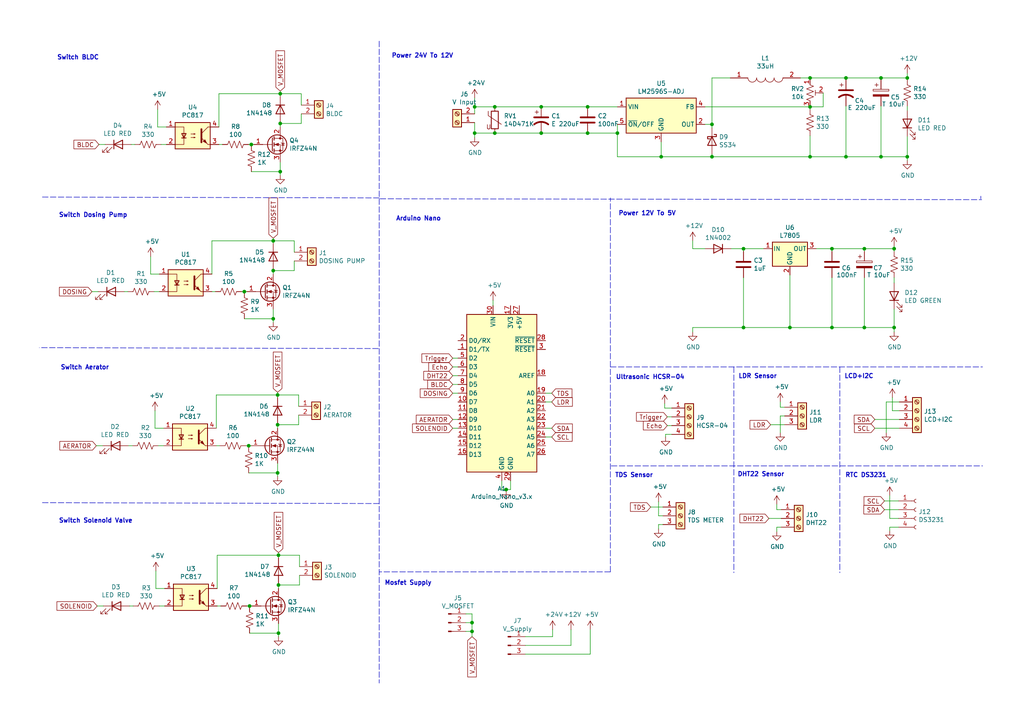
<source format=kicad_sch>
(kicad_sch (version 20211123) (generator eeschema)
  (paper "A4")
  (lib_symbols
    (symbol "Connector:Conn_01x03_Male" (pin_names (offset 1.016) hide)
      (property "Reference" "J" (at 0 5.08 0))
      (property "Value" "Conn_01x03_Male" (at 0 -5.08 0))
      (symbol "Conn_01x03_Male_1_1"
        (pin passive line (at 5.08 2.54 180) (length 3.81) (name "Pin_1") (number "1"))
        (pin passive line (at 5.08 0 180) (length 3.81) (name "Pin_2") (number "2"))
        (pin passive line (at 5.08 -2.54 180) (length 3.81) (name "Pin_3") (number "3"))
      )
    )
    (symbol "Connector:Conn_01x04_Female" (pin_names (offset 1.016) hide)
      (property "Reference" "J" (at 0 5.08 0))
      (property "Value" "Conn_01x04_Female" (at 0 -7.62 0))
      (symbol "Conn_01x04_Female_1_1"
        (pin passive line (at -5.08 2.54 0) (length 3.81) (name "Pin_1") (number "1"))
        (pin passive line (at -5.08 0 0) (length 3.81) (name "Pin_2") (number "2"))
        (pin passive line (at -5.08 -2.54 0) (length 3.81) (name "Pin_3") (number "3"))
        (pin passive line (at -5.08 -5.08 0) (length 3.81) (name "Pin_4") (number "4"))
      )
    )
    (symbol "Connector:Screw_Terminal_01x02" (pin_names (offset 1.016) hide)
      (property "Reference" "J" (at 0 2.54 0))
      (property "Value" "Screw_Terminal_01x02" (at 0 -5.08 0))
      (symbol "Screw_Terminal_01x02_1_1"
        (pin passive line (at -5.08 0 0) (length 3.81) (name "Pin_1") (number "1"))
        (pin passive line (at -5.08 -2.54 0) (length 3.81) (name "Pin_2") (number "2"))
      )
    )
    (symbol "Connector:Screw_Terminal_01x03" (pin_names (offset 1.016) hide)
      (property "Reference" "J" (at 0 5.08 0))
      (property "Value" "Screw_Terminal_01x03" (at 0 -5.08 0))
      (symbol "Screw_Terminal_01x03_1_1"
        (pin passive line (at -5.08 2.54 0) (length 3.81) (name "Pin_1") (number "1"))
        (pin passive line (at -5.08 0 0) (length 3.81) (name "Pin_2") (number "2"))
        (pin passive line (at -5.08 -2.54 0) (length 3.81) (name "Pin_3") (number "3"))
      )
    )
    (symbol "Connector:Screw_Terminal_01x04" (pin_names (offset 1.016) hide)
      (property "Reference" "J" (at 0 5.08 0))
      (property "Value" "Screw_Terminal_01x04" (at 0 -7.62 0))
      (symbol "Screw_Terminal_01x04_1_1"
        (pin passive line (at -5.08 2.54 0) (length 3.81) (name "Pin_1") (number "1"))
        (pin passive line (at -5.08 0 0) (length 3.81) (name "Pin_2") (number "2"))
        (pin passive line (at -5.08 -2.54 0) (length 3.81) (name "Pin_3") (number "3"))
        (pin passive line (at -5.08 -5.08 0) (length 3.81) (name "Pin_4") (number "4"))
      )
    )
    (symbol "Device:C" (pin_numbers hide) (pin_names (offset 0.254))
      (property "Reference" "C" (at 0.635 2.54 0))
      (property "Value" "C" (at 0.635 -2.54 0))
      (symbol "C_1_1"
        (pin passive line (at 0 3.81 270) (length 2.794) (name "~") (number "1"))
        (pin passive line (at 0 -3.81 90) (length 2.794) (name "~") (number "2"))
      )
    )
    (symbol "Device:CP" (pin_numbers hide) (pin_names (offset 0.254))
      (property "Reference" "C" (at 0.635 2.54 0))
      (property "Value" "Device_CP" (at 0.635 -2.54 0))
      (symbol "CP_1_1"
        (pin passive line (at 0 3.81 270) (length 2.794) (name "~") (number "1"))
        (pin passive line (at 0 -3.81 90) (length 2.794) (name "~") (number "2"))
      )
    )
    (symbol "Device:CP1" (pin_numbers hide) (pin_names (offset 0.254) hide)
      (property "Reference" "C" (at 0.635 2.54 0))
      (property "Value" "Device_CP1" (at 0.635 -2.54 0))
      (symbol "CP1_1_1"
        (pin passive line (at 0 3.81 270) (length 2.794) (name "~") (number "1"))
        (pin passive line (at 0 -3.81 90) (length 3.302) (name "~") (number "2"))
      )
    )
    (symbol "Device:D_Schottky" (pin_numbers hide) (pin_names (offset 1.016) hide)
      (property "Reference" "D" (at 0 2.54 0))
      (property "Value" "D_Schottky" (at 0 -2.54 0))
      (symbol "D_Schottky_1_1"
        (pin passive line (at -3.81 0 0) (length 2.54) (name "K") (number "1"))
        (pin passive line (at 3.81 0 180) (length 2.54) (name "A") (number "2"))
      )
    )
    (symbol "Device:LED" (pin_numbers hide) (pin_names (offset 1.016) hide)
      (property "Reference" "D" (at 0 2.54 0))
      (property "Value" "LED" (at 0 -2.54 0))
      (symbol "LED_1_1"
        (pin passive line (at -3.81 0 0) (length 2.54) (name "K") (number "1"))
        (pin passive line (at 3.81 0 180) (length 2.54) (name "A") (number "2"))
      )
    )
    (symbol "Device:R_POT_TRIM_US" (pin_names (offset 1.016) hide)
      (property "Reference" "RV" (at -4.445 0 90))
      (property "Value" "Device_R_POT_TRIM_US" (at -2.54 0 90))
      (symbol "R_POT_TRIM_US_1_1"
        (pin passive line (at 0 3.81 270) (length 1.27) (name "1") (number "1"))
        (pin passive line (at 3.81 0 180) (length 1.27) (name "2") (number "2"))
        (pin passive line (at 0 -3.81 90) (length 1.27) (name "3") (number "3"))
      )
    )
    (symbol "Device:R_US" (pin_numbers hide) (pin_names (offset 0))
      (property "Reference" "R" (at 2.54 0 90))
      (property "Value" "R_US" (at -2.54 0 90))
      (symbol "R_US_1_1"
        (pin passive line (at 0 3.81 270) (length 1.27) (name "~") (number "1"))
        (pin passive line (at 0 -3.81 90) (length 1.27) (name "~") (number "2"))
      )
    )
    (symbol "Device:Varistor" (pin_numbers hide) (pin_names (offset 0))
      (property "Reference" "RV" (at 3.175 0 90))
      (property "Value" "Varistor" (at -3.175 0 90))
      (symbol "Varistor_0_0"
        (text "U" (at -1.778 -2.032 0) (effects (font (size 1.27 1.27))))
      )
      (symbol "Varistor_1_1"
        (pin passive line (at 0 3.81 270) (length 1.27) (name "~") (number "1"))
        (pin passive line (at 0 -3.81 90) (length 1.27) (name "~") (number "2"))
      )
    )
    (symbol "Diode:1N4002" (pin_numbers hide) (pin_names (offset 1.016) hide)
      (property "Reference" "D" (at 0 2.54 0))
      (property "Value" "1N4002" (at 0 -2.54 0))
      (symbol "1N4002_1_1"
        (pin passive line (at -3.81 0 0) (length 2.54) (name "K") (number "1"))
        (pin passive line (at 3.81 0 180) (length 2.54) (name "A") (number "2"))
      )
    )
    (symbol "Diode:1N4148" (pin_numbers hide) (pin_names (offset 1.016) hide)
      (property "Reference" "D" (at 0 2.54 0))
      (property "Value" "1N4148" (at 0 -2.54 0))
      (symbol "1N4148_1_1"
        (pin passive line (at -3.81 0 0) (length 2.54) (name "K") (number "1"))
        (pin passive line (at 3.81 0 180) (length 2.54) (name "A") (number "2"))
      )
    )
    (symbol "Isolator:PC817" (pin_names (offset 1.016))
      (property "Reference" "U" (at -5.08 5.08 0))
      (property "Value" "PC817" (at 0 5.08 0))
      (symbol "PC817_1_1"
        (pin passive line (at -7.62 2.54 0) (length 2.54) (name "~") (number "1"))
        (pin passive line (at -7.62 -2.54 0) (length 2.54) (name "~") (number "2"))
        (pin passive line (at 7.62 -2.54 180) (length 2.54) (name "~") (number "3"))
        (pin passive line (at 7.62 2.54 180) (length 2.54) (name "~") (number "4"))
      )
    )
    (symbol "MCU_Module:Arduino_Nano_v3.x"
      (property "Reference" "A" (at -10.16 23.495 0))
      (property "Value" "Arduino_Nano_v3.x" (at 5.08 -24.13 0))
      (symbol "Arduino_Nano_v3.x_1_1"
        (pin bidirectional line (at -12.7 12.7 0) (length 2.54) (name "D1/TX") (number "1"))
        (pin bidirectional line (at -12.7 -2.54 0) (length 2.54) (name "D7") (number "10"))
        (pin bidirectional line (at -12.7 -5.08 0) (length 2.54) (name "D8") (number "11"))
        (pin bidirectional line (at -12.7 -7.62 0) (length 2.54) (name "D9") (number "12"))
        (pin bidirectional line (at -12.7 -10.16 0) (length 2.54) (name "D10") (number "13"))
        (pin bidirectional line (at -12.7 -12.7 0) (length 2.54) (name "D11") (number "14"))
        (pin bidirectional line (at -12.7 -15.24 0) (length 2.54) (name "D12") (number "15"))
        (pin bidirectional line (at -12.7 -17.78 0) (length 2.54) (name "D13") (number "16"))
        (pin power_out line (at 2.54 25.4 270) (length 2.54) (name "3V3") (number "17"))
        (pin input line (at 12.7 5.08 180) (length 2.54) (name "AREF") (number "18"))
        (pin bidirectional line (at 12.7 0 180) (length 2.54) (name "A0") (number "19"))
        (pin bidirectional line (at -12.7 15.24 0) (length 2.54) (name "D0/RX") (number "2"))
        (pin bidirectional line (at 12.7 -2.54 180) (length 2.54) (name "A1") (number "20"))
        (pin bidirectional line (at 12.7 -5.08 180) (length 2.54) (name "A2") (number "21"))
        (pin bidirectional line (at 12.7 -7.62 180) (length 2.54) (name "A3") (number "22"))
        (pin bidirectional line (at 12.7 -10.16 180) (length 2.54) (name "A4") (number "23"))
        (pin bidirectional line (at 12.7 -12.7 180) (length 2.54) (name "A5") (number "24"))
        (pin bidirectional line (at 12.7 -15.24 180) (length 2.54) (name "A6") (number "25"))
        (pin bidirectional line (at 12.7 -17.78 180) (length 2.54) (name "A7") (number "26"))
        (pin power_out line (at 5.08 25.4 270) (length 2.54) (name "+5V") (number "27"))
        (pin input line (at 12.7 15.24 180) (length 2.54) (name "~{RESET}") (number "28"))
        (pin power_in line (at 2.54 -25.4 90) (length 2.54) (name "GND") (number "29"))
        (pin input line (at 12.7 12.7 180) (length 2.54) (name "~{RESET}") (number "3"))
        (pin power_in line (at -2.54 25.4 270) (length 2.54) (name "VIN") (number "30"))
        (pin power_in line (at 0 -25.4 90) (length 2.54) (name "GND") (number "4"))
        (pin bidirectional line (at -12.7 10.16 0) (length 2.54) (name "D2") (number "5"))
        (pin bidirectional line (at -12.7 7.62 0) (length 2.54) (name "D3") (number "6"))
        (pin bidirectional line (at -12.7 5.08 0) (length 2.54) (name "D4") (number "7"))
        (pin bidirectional line (at -12.7 2.54 0) (length 2.54) (name "D5") (number "8"))
        (pin bidirectional line (at -12.7 0 0) (length 2.54) (name "D6") (number "9"))
      )
    )
    (symbol "Regulator_Linear:L7805" (pin_names (offset 0.254))
      (property "Reference" "U" (at -3.81 3.175 0))
      (property "Value" "L7805" (at 0 3.175 0))
      (symbol "L7805_1_1"
        (pin power_in line (at -7.62 0 0) (length 2.54) (name "IN") (number "1"))
        (pin power_in line (at 0 -7.62 90) (length 2.54) (name "GND") (number "2"))
        (pin power_out line (at 7.62 0 180) (length 2.54) (name "OUT") (number "3"))
      )
    )
    (symbol "Regulator_Switching:LM2596S-ADJ"
      (property "Reference" "U" (at -10.16 6.35 0))
      (property "Value" "LM2596S-ADJ" (at 0 6.35 0))
      (symbol "LM2596S-ADJ_1_1"
        (pin power_in line (at -12.7 2.54 0) (length 2.54) (name "VIN") (number "1"))
        (pin output line (at 12.7 -2.54 180) (length 2.54) (name "OUT") (number "2"))
        (pin power_in line (at 0 -7.62 90) (length 2.54) (name "GND") (number "3"))
        (pin input line (at 12.7 2.54 180) (length 2.54) (name "FB") (number "4"))
        (pin input line (at -12.7 -2.54 0) (length 2.54) (name "~{ON}/OFF") (number "5"))
      )
    )
    (symbol "SamacSys_Parts:CDRH104RNP-470NC" (pin_names (offset 0.762))
      (property "Reference" "L" (at 16.51 6.35 0))
      (property "Value" "SamacSys_Parts_CDRH104RNP-470NC" (at 16.51 3.81 0))
      (symbol "CDRH104RNP-470NC_0_0"
        (pin passive line (at 0 0 0) (length 5.08) (name "~") (number "1"))
        (pin passive line (at 20.32 0 180) (length 5.08) (name "~") (number "2"))
      )
    )
    (symbol "Transistor_FET:IRLZ44N" (pin_names hide)
      (property "Reference" "Q" (at 6.35 1.905 0))
      (property "Value" "IRLZ44N" (at 6.35 0 0))
      (symbol "IRLZ44N_1_1"
        (pin input line (at -5.08 0 0) (length 2.54) (name "G") (number "1"))
        (pin passive line (at 2.54 5.08 270) (length 2.54) (name "D") (number "2"))
        (pin passive line (at 2.54 -5.08 90) (length 2.54) (name "S") (number "3"))
      )
    )
    (symbol "power:+12V" (power) (pin_names (offset 0))
      (property "Value" "+12V" (at 0 3.556 0))
      (symbol "+12V_1_1"
        (pin power_in line (at 0 0 90) (length 0) hide (name "+12V") (number "1"))
      )
    )
    (symbol "power:+24V" (power) (pin_names (offset 0))
      (property "Value" "+24V" (at 0 3.556 0))
      (symbol "+24V_1_1"
        (pin power_in line (at 0 0 90) (length 0) hide (name "+24V") (number "1"))
      )
    )
    (symbol "power:+5V" (power) (pin_names (offset 0))
      (property "Value" "+5V" (at 0 3.556 0))
      (symbol "+5V_1_1"
        (pin power_in line (at 0 0 90) (length 0) hide (name "+5V") (number "1"))
      )
    )
    (symbol "power:GND" (power) (pin_names (offset 0))
      (property "Value" "GND" (at 0 -3.81 0))
      (symbol "GND_1_1"
        (pin power_in line (at 0 0 270) (length 0) hide (name "GND") (number "1"))
      )
    )
  )
  (junction (at 179.07 38.608))
  (junction (at 70.866 84.582))
  (junction (at 255.524 45.466))
  (junction (at 137.668 30.988))
  (junction (at 170.434 30.988))
  (junction (at 72.136 129.286))
  (junction (at 259.334 94.996))
  (junction (at 143.51 30.988))
  (junction (at 170.434 38.608))
  (junction (at 250.698 72.136))
  (junction (at 215.646 94.996))
  (junction (at 259.334 72.136))
  (junction (at 191.77 45.466))
  (junction (at 215.646 72.136))
  (junction (at 263.144 45.466))
  (junction (at 136.906 183.134))
  (junction (at 80.518 114.554))
  (junction (at 80.772 183.642))
  (junction (at 234.95 45.466))
  (junction (at 234.95 22.606))
  (junction (at 79.248 78.486))
  (junction (at 80.518 137.16))
  (junction (at 81.28 27.178))
  (junction (at 72.39 175.768))
  (junction (at 241.3 72.136))
  (junction (at 263.144 22.606))
  (junction (at 245.364 22.606))
  (junction (at 146.812 141.986))
  (junction (at 206.502 36.068))
  (junction (at 79.248 69.85))
  (junction (at 80.772 161.036))
  (junction (at 206.502 45.466))
  (junction (at 80.772 169.672))
  (junction (at 234.95 30.988))
  (junction (at 137.668 38.608))
  (junction (at 156.972 30.988))
  (junction (at 81.28 49.784))
  (junction (at 245.364 45.466))
  (junction (at 80.518 123.19))
  (junction (at 79.248 92.456))
  (junction (at 72.898 41.91))
  (junction (at 143.51 38.608))
  (junction (at 136.906 180.594))
  (junction (at 156.972 38.608))
  (junction (at 250.698 94.996))
  (junction (at 241.3 94.996))
  (junction (at 81.28 35.814))
  (junction (at 255.524 22.606))
  (junction (at 229.108 94.996))
  (polyline (pts (xy 177.038 106.426) (xy 284.988 106.426)))
  (wire (pts (xy 192.786 117.094) (xy 192.786 118.364)))
  (wire (pts (xy 135.128 180.594) (xy 136.906 180.594)))
  (wire (pts (xy 80.772 161.798) (xy 80.772 161.036)))
  (wire (pts (xy 72.136 137.16) (xy 80.518 137.16)))
  (wire (pts (xy 81.28 35.814) (xy 81.28 36.83)))
  (wire (pts (xy 85.344 75.692) (xy 85.344 78.486)))
  (wire (pts (xy 71.374 129.286) (xy 72.136 129.286)))
  (polyline (pts (xy 243.586 106.426) (xy 243.586 166.116)))
  (wire (pts (xy 194.818 120.904) (xy 193.548 120.904)))
  (wire (pts (xy 43.688 79.502) (xy 46.228 79.502)))
  (wire (pts (xy 160.02 114.046) (xy 158.242 114.046)))
  (wire (pts (xy 44.704 84.582) (xy 46.228 84.582)))
  (wire (pts (xy 165.608 187.198) (xy 165.608 182.626)))
  (wire (pts (xy 81.28 35.56) (xy 81.28 35.814)))
  (wire (pts (xy 255.524 23.114) (xy 255.524 22.606)))
  (wire (pts (xy 200.914 72.136) (xy 204.47 72.136)))
  (wire (pts (xy 86.868 161.036) (xy 80.772 161.036)))
  (polyline (pts (xy 109.982 11.938) (xy 109.982 198.12)))
  (polyline (pts (xy 109.982 146.05) (xy 11.938 145.796)))
  (wire (pts (xy 238.76 30.988) (xy 234.95 30.988)))
  (wire (pts (xy 27.94 129.286) (xy 29.718 129.286)))
  (wire (pts (xy 72.136 129.54) (xy 72.136 129.286)))
  (wire (pts (xy 226.568 147.828) (xy 225.298 147.828)))
  (wire (pts (xy 26.67 84.582) (xy 28.448 84.582)))
  (wire (pts (xy 263.144 46.482) (xy 263.144 45.466)))
  (polyline (pts (xy 177.038 165.862) (xy 109.982 165.862)))
  (wire (pts (xy 143.51 38.608) (xy 156.972 38.608)))
  (wire (pts (xy 232.156 22.606) (xy 234.95 22.606)))
  (wire (pts (xy 255.524 22.606) (xy 263.144 22.606)))
  (wire (pts (xy 170.434 38.608) (xy 179.07 38.608)))
  (wire (pts (xy 72.898 49.784) (xy 81.28 49.784)))
  (wire (pts (xy 152.4 184.658) (xy 160.274 184.658)))
  (wire (pts (xy 72.39 176.022) (xy 72.39 175.768)))
  (wire (pts (xy 226.314 120.65) (xy 227.584 120.65)))
  (wire (pts (xy 80.518 137.16) (xy 80.518 134.366)))
  (wire (pts (xy 136.906 184.658) (xy 136.906 183.134)))
  (wire (pts (xy 229.108 79.756) (xy 229.108 94.996)))
  (wire (pts (xy 80.518 123.19) (xy 80.518 124.206)))
  (wire (pts (xy 250.698 72.898) (xy 250.698 72.136)))
  (wire (pts (xy 253.746 121.666) (xy 260.858 121.666)))
  (wire (pts (xy 86.614 120.396) (xy 86.614 123.19)))
  (wire (pts (xy 171.196 189.738) (xy 171.196 182.626)))
  (wire (pts (xy 81.28 49.784) (xy 81.28 46.99)))
  (wire (pts (xy 45.212 165.608) (xy 45.212 170.688)))
  (wire (pts (xy 206.502 36.068) (xy 204.47 36.068)))
  (polyline (pts (xy 110.236 57.658) (xy 284.734 57.912)))
  (wire (pts (xy 146.812 141.986) (xy 146.812 142.24)))
  (wire (pts (xy 45.72 31.75) (xy 45.72 36.83)))
  (wire (pts (xy 137.668 38.608) (xy 143.51 38.608)))
  (wire (pts (xy 263.144 32.004) (xy 263.144 30.734)))
  (wire (pts (xy 43.688 74.422) (xy 43.688 79.502)))
  (wire (pts (xy 44.958 119.126) (xy 44.958 124.206)))
  (wire (pts (xy 44.958 124.206) (xy 47.498 124.206)))
  (wire (pts (xy 241.3 94.996) (xy 250.698 94.996)))
  (wire (pts (xy 86.614 114.554) (xy 80.518 114.554)))
  (wire (pts (xy 137.668 28.448) (xy 137.668 30.988)))
  (wire (pts (xy 259.334 94.996) (xy 259.334 89.662)))
  (wire (pts (xy 259.334 96.266) (xy 259.334 94.996)))
  (wire (pts (xy 86.614 117.856) (xy 86.614 114.554)))
  (wire (pts (xy 80.518 115.316) (xy 80.518 114.554)))
  (wire (pts (xy 223.012 150.368) (xy 226.568 150.368)))
  (wire (pts (xy 61.468 69.85) (xy 79.248 69.85)))
  (wire (pts (xy 28.702 41.91) (xy 30.48 41.91)))
  (polyline (pts (xy 284.48 57.658) (xy 284.48 56.896)))
  (wire (pts (xy 136.906 178.054) (xy 135.128 178.054)))
  (wire (pts (xy 131.318 121.666) (xy 132.842 121.666)))
  (wire (pts (xy 234.95 39.37) (xy 234.95 45.466)))
  (wire (pts (xy 258.064 153.924) (xy 258.064 152.908)))
  (polyline (pts (xy 109.982 57.404) (xy 11.938 57.15)))
  (wire (pts (xy 170.434 30.988) (xy 179.07 30.988)))
  (wire (pts (xy 259.334 72.136) (xy 259.334 72.898)))
  (wire (pts (xy 80.772 183.642) (xy 80.772 180.848)))
  (wire (pts (xy 200.914 94.996) (xy 215.646 94.996)))
  (wire (pts (xy 245.364 22.606) (xy 255.524 22.606)))
  (wire (pts (xy 160.02 126.746) (xy 158.242 126.746)))
  (wire (pts (xy 255.524 45.466) (xy 263.144 45.466)))
  (wire (pts (xy 192.786 118.364) (xy 194.818 118.364)))
  (wire (pts (xy 192.278 149.606) (xy 191.008 149.606)))
  (wire (pts (xy 191.008 153.416) (xy 191.008 152.146)))
  (wire (pts (xy 79.248 93.472) (xy 79.248 92.456)))
  (wire (pts (xy 81.28 27.178) (xy 81.28 26.416)))
  (wire (pts (xy 145.542 141.986) (xy 146.812 141.986)))
  (wire (pts (xy 85.344 69.85) (xy 79.248 69.85)))
  (wire (pts (xy 245.364 45.466) (xy 255.524 45.466)))
  (wire (pts (xy 206.502 37.084) (xy 206.502 36.068)))
  (wire (pts (xy 62.738 124.206) (xy 62.738 114.554)))
  (wire (pts (xy 259.334 82.042) (xy 259.334 80.518)))
  (wire (pts (xy 70.866 84.582) (xy 71.628 84.582)))
  (wire (pts (xy 156.972 38.608) (xy 170.434 38.608)))
  (wire (pts (xy 131.318 124.206) (xy 132.842 124.206)))
  (wire (pts (xy 61.468 84.582) (xy 62.484 84.582)))
  (wire (pts (xy 63.5 36.83) (xy 63.5 27.178)))
  (wire (pts (xy 72.39 183.642) (xy 80.772 183.642)))
  (wire (pts (xy 245.364 23.114) (xy 245.364 22.606)))
  (wire (pts (xy 85.344 73.152) (xy 85.344 69.85)))
  (wire (pts (xy 191.008 149.606) (xy 191.008 145.542)))
  (wire (pts (xy 250.698 72.136) (xy 259.334 72.136)))
  (wire (pts (xy 72.136 41.91) (xy 72.898 41.91)))
  (wire (pts (xy 263.144 23.114) (xy 263.144 22.606)))
  (wire (pts (xy 28.194 175.768) (xy 29.972 175.768)))
  (wire (pts (xy 263.144 39.624) (xy 263.144 45.466)))
  (wire (pts (xy 81.28 27.94) (xy 81.28 27.178)))
  (wire (pts (xy 206.502 22.606) (xy 211.836 22.606)))
  (wire (pts (xy 37.338 129.286) (xy 38.354 129.286)))
  (wire (pts (xy 72.136 129.286) (xy 72.898 129.286)))
  (wire (pts (xy 263.144 22.606) (xy 263.144 21.336)))
  (wire (pts (xy 241.3 72.898) (xy 241.3 72.136)))
  (wire (pts (xy 37.592 175.768) (xy 38.608 175.768)))
  (wire (pts (xy 137.668 30.988) (xy 143.51 30.988)))
  (wire (pts (xy 226.314 125.476) (xy 226.314 120.65)))
  (wire (pts (xy 131.318 106.426) (xy 132.842 106.426)))
  (wire (pts (xy 143.51 30.988) (xy 156.972 30.988)))
  (wire (pts (xy 225.298 154.178) (xy 225.298 152.908)))
  (wire (pts (xy 236.728 72.136) (xy 241.3 72.136)))
  (wire (pts (xy 200.914 69.85) (xy 200.914 72.136)))
  (wire (pts (xy 260.604 145.288) (xy 256.54 145.288)))
  (wire (pts (xy 145.542 139.446) (xy 145.542 141.986)))
  (wire (pts (xy 260.604 150.368) (xy 258.064 150.368)))
  (wire (pts (xy 131.318 111.506) (xy 132.842 111.506)))
  (wire (pts (xy 87.376 35.814) (xy 81.28 35.814)))
  (wire (pts (xy 200.914 96.266) (xy 200.914 94.996)))
  (wire (pts (xy 70.866 84.836) (xy 70.866 84.582)))
  (wire (pts (xy 258.064 152.908) (xy 260.604 152.908)))
  (wire (pts (xy 36.068 84.582) (xy 37.084 84.582)))
  (wire (pts (xy 238.76 26.924) (xy 238.76 30.988)))
  (wire (pts (xy 245.364 30.734) (xy 245.364 45.466)))
  (wire (pts (xy 63.5 41.91) (xy 64.516 41.91)))
  (wire (pts (xy 257.048 116.586) (xy 260.858 116.586)))
  (wire (pts (xy 212.09 72.136) (xy 215.646 72.136)))
  (wire (pts (xy 62.738 114.554) (xy 80.518 114.554)))
  (wire (pts (xy 136.906 180.594) (xy 136.906 178.054)))
  (wire (pts (xy 152.4 187.198) (xy 165.608 187.198)))
  (wire (pts (xy 227.584 118.11) (xy 226.314 118.11)))
  (wire (pts (xy 131.318 108.966) (xy 132.842 108.966)))
  (wire (pts (xy 225.298 147.828) (xy 225.298 146.304)))
  (wire (pts (xy 160.274 184.658) (xy 160.274 182.626)))
  (wire (pts (xy 80.518 138.176) (xy 80.518 137.16)))
  (wire (pts (xy 188.722 147.066) (xy 192.278 147.066)))
  (wire (pts (xy 62.738 129.286) (xy 63.754 129.286)))
  (wire (pts (xy 87.376 33.02) (xy 87.376 35.814)))
  (wire (pts (xy 179.07 45.466) (xy 191.77 45.466)))
  (polyline (pts (xy 109.728 101.092) (xy 11.43 100.838)))
  (wire (pts (xy 256.54 147.828) (xy 260.604 147.828)))
  (wire (pts (xy 86.868 166.878) (xy 86.868 169.672)))
  (wire (pts (xy 62.992 161.036) (xy 80.772 161.036)))
  (wire (pts (xy 156.972 30.988) (xy 170.434 30.988)))
  (wire (pts (xy 179.07 36.068) (xy 179.07 38.608)))
  (wire (pts (xy 234.95 31.75) (xy 234.95 30.988)))
  (wire (pts (xy 46.736 41.91) (xy 48.26 41.91)))
  (wire (pts (xy 206.502 45.466) (xy 234.95 45.466)))
  (wire (pts (xy 80.772 161.036) (xy 80.772 160.274)))
  (wire (pts (xy 79.248 92.456) (xy 79.248 89.662)))
  (wire (pts (xy 194.818 123.444) (xy 193.548 123.444)))
  (wire (pts (xy 135.128 183.134) (xy 136.906 183.134)))
  (wire (pts (xy 143.002 88.646) (xy 143.002 87.122)))
  (wire (pts (xy 45.974 129.286) (xy 47.498 129.286)))
  (wire (pts (xy 137.668 35.56) (xy 137.668 38.608)))
  (wire (pts (xy 259.334 72.136) (xy 259.334 71.374)))
  (wire (pts (xy 62.992 175.768) (xy 64.008 175.768)))
  (wire (pts (xy 45.72 36.83) (xy 48.26 36.83)))
  (wire (pts (xy 86.868 164.338) (xy 86.868 161.036)))
  (wire (pts (xy 250.698 80.518) (xy 250.698 94.996)))
  (wire (pts (xy 160.02 116.586) (xy 158.242 116.586)))
  (wire (pts (xy 258.064 150.368) (xy 258.064 143.764)))
  (wire (pts (xy 160.02 124.206) (xy 158.242 124.206)))
  (wire (pts (xy 131.318 103.886) (xy 132.842 103.886)))
  (wire (pts (xy 137.668 38.608) (xy 137.668 39.878)))
  (wire (pts (xy 71.628 175.768) (xy 72.39 175.768)))
  (polyline (pts (xy 212.852 106.426) (xy 212.852 166.116)))
  (wire (pts (xy 225.298 152.908) (xy 226.568 152.908)))
  (wire (pts (xy 215.646 72.136) (xy 221.488 72.136)))
  (wire (pts (xy 72.898 42.164) (xy 72.898 41.91)))
  (wire (pts (xy 80.518 114.554) (xy 80.518 113.792)))
  (wire (pts (xy 229.108 94.996) (xy 241.3 94.996)))
  (wire (pts (xy 179.07 38.608) (xy 179.07 45.466)))
  (wire (pts (xy 191.008 152.146) (xy 192.278 152.146)))
  (wire (pts (xy 137.668 30.988) (xy 137.668 33.02)))
  (wire (pts (xy 79.248 78.232) (xy 79.248 78.486)))
  (polyline (pts (xy 177.292 135.128) (xy 284.988 135.128)))
  (wire (pts (xy 148.082 141.986) (xy 146.812 141.986)))
  (wire (pts (xy 193.04 125.984) (xy 194.818 125.984)))
  (wire (pts (xy 81.28 50.8) (xy 81.28 49.784)))
  (wire (pts (xy 148.082 139.446) (xy 148.082 141.986)))
  (wire (pts (xy 241.3 80.518) (xy 241.3 94.996)))
  (wire (pts (xy 257.048 125.476) (xy 257.048 116.586)))
  (wire (pts (xy 215.646 80.518) (xy 215.646 94.996)))
  (wire (pts (xy 227.584 123.19) (xy 223.52 123.19)))
  (wire (pts (xy 191.77 41.148) (xy 191.77 45.466)))
  (wire (pts (xy 80.772 169.418) (xy 80.772 169.672)))
  (wire (pts (xy 152.4 189.738) (xy 171.196 189.738)))
  (wire (pts (xy 226.314 118.11) (xy 226.314 116.586)))
  (wire (pts (xy 234.95 30.988) (xy 234.95 30.734)))
  (wire (pts (xy 72.898 41.91) (xy 73.66 41.91)))
  (wire (pts (xy 258.826 119.126) (xy 260.858 119.126)))
  (wire (pts (xy 215.646 72.898) (xy 215.646 72.136)))
  (wire (pts (xy 72.39 175.768) (xy 73.152 175.768)))
  (wire (pts (xy 70.104 84.582) (xy 70.866 84.582)))
  (wire (pts (xy 80.518 122.936) (xy 80.518 123.19)))
  (wire (pts (xy 193.04 126.746) (xy 193.04 125.984)))
  (polyline (pts (xy 177.038 165.862) (xy 177.038 57.404)))
  (wire (pts (xy 70.866 92.456) (xy 79.248 92.456)))
  (wire (pts (xy 80.772 169.672) (xy 80.772 170.688)))
  (wire (pts (xy 241.3 72.136) (xy 250.698 72.136)))
  (wire (pts (xy 45.212 170.688) (xy 47.752 170.688)))
  (wire (pts (xy 79.248 70.612) (xy 79.248 69.85)))
  (wire (pts (xy 206.502 44.704) (xy 206.502 45.466)))
  (wire (pts (xy 234.95 22.606) (xy 245.364 22.606)))
  (wire (pts (xy 63.5 27.178) (xy 81.28 27.178)))
  (wire (pts (xy 255.524 30.734) (xy 255.524 45.466)))
  (wire (pts (xy 79.248 69.85) (xy 79.248 69.088)))
  (wire (pts (xy 80.772 184.658) (xy 80.772 183.642)))
  (wire (pts (xy 86.868 169.672) (xy 80.772 169.672)))
  (wire (pts (xy 206.502 36.068) (xy 206.502 22.606)))
  (wire (pts (xy 62.992 170.688) (xy 62.992 161.036)))
  (wire (pts (xy 61.468 79.502) (xy 61.468 69.85)))
  (wire (pts (xy 131.318 114.046) (xy 132.842 114.046)))
  (wire (pts (xy 234.95 45.466) (xy 245.364 45.466)))
  (wire (pts (xy 87.376 30.48) (xy 87.376 27.178)))
  (wire (pts (xy 79.248 78.486) (xy 79.248 79.502)))
  (wire (pts (xy 85.344 78.486) (xy 79.248 78.486)))
  (wire (pts (xy 86.614 123.19) (xy 80.518 123.19)))
  (wire (pts (xy 87.376 27.178) (xy 81.28 27.178)))
  (wire (pts (xy 191.77 45.466) (xy 206.502 45.466)))
  (wire (pts (xy 250.698 94.996) (xy 259.334 94.996)))
  (wire (pts (xy 258.826 115.316) (xy 258.826 119.126)))
  (wire (pts (xy 38.1 41.91) (xy 39.116 41.91)))
  (wire (pts (xy 215.646 94.996) (xy 229.108 94.996)))
  (wire (pts (xy 46.228 175.768) (xy 47.752 175.768)))
  (wire (pts (xy 204.47 30.988) (xy 234.95 30.988)))
  (wire (pts (xy 136.906 183.134) (xy 136.906 180.594)))
  (wire (pts (xy 234.95 22.606) (xy 234.95 23.114)))
  (wire (pts (xy 253.746 124.206) (xy 260.858 124.206)))
  (text "RTC DS3231" (at 245.11 138.684 0) (effects (font (size 1.27 1.27) (thickness 0.254) bold) (justify left bottom)))
  (text "Switch BLDC" (at 16.51 17.526 0) (effects (font (size 1.27 1.27) (thickness 0.254) bold) (justify left bottom)))
  (text "Switch Aerator" (at 17.526 107.442 0) (effects (font (size 1.27 1.27) (thickness 0.254) bold) (justify left bottom)))
  (text "TDS Sensor" (at 178.308 138.684 0) (effects (font (size 1.27 1.27) (thickness 0.254) bold) (justify left bottom)))
  (text "Switch Dosing Pump" (at 17.018 63.246 0) (effects (font (size 1.27 1.27) (thickness 0.254) bold) (justify left bottom)))
  (text "LCD+I2C" (at 244.856 109.982 0) (effects (font (size 1.27 1.27) (thickness 0.254) bold) (justify left bottom)))
  (text "Power 24V To 12V" (at 113.538 17.018 0) (effects (font (size 1.27 1.27) (thickness 0.254) bold) (justify left bottom)))
  (text "Mosfet Supply" (at 111.506 169.926 0) (effects (font (size 1.27 1.27) (thickness 0.254) bold) (justify left bottom)))
  (text "Arduino Nano" (at 114.808 64.262 0) (effects (font (size 1.27 1.27) (thickness 0.254) bold) (justify left bottom)))
  (text "Switch Solenoid Valve" (at 17.018 151.892 0) (effects (font (size 1.27 1.27) (thickness 0.254) bold) (justify left bottom)))
  (text "Power 12V To 5V" (at 179.324 62.738 0) (effects (font (size 1.27 1.27) (thickness 0.254) bold) (justify left bottom)))
  (text "Ultrasonic HCSR-04" (at 178.562 110.236 0) (effects (font (size 1.27 1.27) (thickness 0.254) bold) (justify left bottom)))
  (text "LDR Sensor" (at 214.122 109.982 0) (effects (font (size 1.27 1.27) (thickness 0.254) bold) (justify left bottom)))
  (text "DHT22 Sensor" (at 213.868 138.43 0) (effects (font (size 1.27 1.27) (thickness 0.254) bold) (justify left bottom)))
  (global_label "TDS" (shape input) (at 188.722 147.066 180) (property "Intersheet References" "${INTERSHEET_REFS}" (effects hide)))
  (global_label "V_MOSFET" (shape input) (at 136.906 184.658 270) (property "Intersheet References" "${INTERSHEET_REFS}" (effects hide)))
  (global_label "SDA" (shape input) (at 160.02 124.206 0) (property "Intersheet References" "${INTERSHEET_REFS}" (effects hide)))
  (global_label "TDS" (shape input) (at 160.02 114.046 0) (property "Intersheet References" "${INTERSHEET_REFS}" (effects hide)))
  (global_label "AERATOR" (shape input) (at 27.94 129.286 180) (property "Intersheet References" "${INTERSHEET_REFS}" (effects hide)))
  (global_label "SCL" (shape input) (at 253.746 124.206 180) (property "Intersheet References" "${INTERSHEET_REFS}" (effects hide)))
  (global_label "BLDC" (shape input) (at 28.702 41.91 180) (property "Intersheet References" "${INTERSHEET_REFS}" (effects hide)))
  (global_label "V_MOSFET" (shape input) (at 80.772 160.274 90) (property "Intersheet References" "${INTERSHEET_REFS}" (effects hide)))
  (global_label "SDA" (shape input) (at 253.746 121.666 180) (property "Intersheet References" "${INTERSHEET_REFS}" (effects hide)))
  (global_label "Trigger" (shape input) (at 193.548 120.904 180) (property "Intersheet References" "${INTERSHEET_REFS}" (effects hide)))
  (global_label "DHT22" (shape input) (at 131.318 108.966 180) (property "Intersheet References" "${INTERSHEET_REFS}" (effects hide)))
  (global_label "Echo" (shape input) (at 131.318 106.426 180) (property "Intersheet References" "${INTERSHEET_REFS}" (effects hide)))
  (global_label "DOSING" (shape input) (at 131.318 114.046 180) (property "Intersheet References" "${INTERSHEET_REFS}" (effects hide)))
  (global_label "SOLENOID" (shape input) (at 131.318 124.206 180) (property "Intersheet References" "${INTERSHEET_REFS}" (effects hide)))
  (global_label "DHT22" (shape input) (at 223.012 150.368 180) (property "Intersheet References" "${INTERSHEET_REFS}" (effects hide)))
  (global_label "SCL" (shape input) (at 256.54 145.288 180) (property "Intersheet References" "${INTERSHEET_REFS}" (effects hide)))
  (global_label "SOLENOID" (shape input) (at 28.194 175.768 180) (property "Intersheet References" "${INTERSHEET_REFS}" (effects hide)))
  (global_label "V_MOSFET" (shape input) (at 79.248 69.088 90) (property "Intersheet References" "${INTERSHEET_REFS}" (effects hide)))
  (global_label "BLDC" (shape input) (at 131.318 111.506 180) (property "Intersheet References" "${INTERSHEET_REFS}" (effects hide)))
  (global_label "LDR" (shape input) (at 160.02 116.586 0) (property "Intersheet References" "${INTERSHEET_REFS}" (effects hide)))
  (global_label "AERATOR" (shape input) (at 131.318 121.666 180) (property "Intersheet References" "${INTERSHEET_REFS}" (effects hide)))
  (global_label "SDA" (shape input) (at 256.54 147.828 180) (property "Intersheet References" "${INTERSHEET_REFS}" (effects hide)))
  (global_label "V_MOSFET" (shape input) (at 80.518 113.792 90) (property "Intersheet References" "${INTERSHEET_REFS}" (effects hide)))
  (global_label "SCL" (shape input) (at 160.02 126.746 0) (property "Intersheet References" "${INTERSHEET_REFS}" (effects hide)))
  (global_label "V_MOSFET" (shape input) (at 81.28 26.416 90) (property "Intersheet References" "${INTERSHEET_REFS}" (effects hide)))
  (global_label "LDR" (shape input) (at 223.52 123.19 180) (property "Intersheet References" "${INTERSHEET_REFS}" (effects hide)))
  (global_label "Trigger" (shape input) (at 131.318 103.886 180) (property "Intersheet References" "${INTERSHEET_REFS}" (effects hide)))
  (global_label "Echo" (shape input) (at 193.548 123.444 180) (property "Intersheet References" "${INTERSHEET_REFS}" (effects hide)))
  (global_label "DOSING" (shape input) (at 26.67 84.582 180) (property "Intersheet References" "${INTERSHEET_REFS}" (effects hide)))
  (symbol (lib_id "MCU_Module:Arduino_Nano_v3.x") (at 145.542 114.046 0) (unit 1)
    (property "Reference" "A1" (at 145.542 141.7066 0))
    (property "Value" "Arduino_Nano_v3.x" (at 145.542 144.018 0))
    (property "Footprint" "Module:Arduino_Nano" (effects hide))
    (property "Datasheet" "http://www.mouser.com/pdfdocs/Gravitech_Arduino_Nano3_0.pdf" (effects hide))
  )
  (symbol (lib_id "Connector:Screw_Terminal_01x02") (at 132.588 35.56 180) (unit 1)
    (property "Reference" "J6" (at 134.6708 27.305 0))
    (property "Value" "V Input" (at 134.6708 29.6164 0))
    (property "Footprint" "TerminalBlock_Phoenix:TerminalBlock_Phoenix_MKDS-1,5-2-5.08_1x02_P5.08mm_Horizontal" (effects hide))
  )
  (symbol (lib_id "Device:Varistor") (at 143.51 34.798 0) (unit 1)
    (property "Reference" "RV1" (at 146.1262 33.6296 0) (effects (justify left)))
    (property "Value" "14D471K" (at 146.1262 35.941 0) (effects (justify left)))
    (property "Footprint" "Varistor:RV_Disc_D12mm_W7.9mm_P7.5mm" (effects hide))
  )
  (symbol (lib_id "Device:CP1") (at 156.972 34.798 0) (unit 1)
    (property "Reference" "C1" (at 159.893 33.6296 0) (effects (justify left)))
    (property "Value" "E 220uF" (at 159.893 35.941 0) (effects (justify left)))
    (property "Footprint" "Capacitor_SMD:CP_Elec_10x10" (effects hide))
  )
  (symbol (lib_id "Device:C") (at 170.434 34.798 0) (unit 1)
    (property "Reference" "C2" (at 173.355 33.6296 0) (effects (justify left)))
    (property "Value" "100nF" (at 173.355 35.941 0) (effects (justify left)))
    (property "Footprint" "Capacitor_SMD:C_0805_2012Metric_Pad1.18x1.45mm_HandSolder" (effects hide))
  )
  (symbol (lib_id "Regulator_Switching:LM2596S-ADJ") (at 191.77 33.528 0) (unit 1)
    (property "Reference" "U5" (at 191.77 24.2062 0))
    (property "Value" "LM2596S-ADJ" (at 191.77 26.5176 0))
    (property "Footprint" "Package_TO_SOT_SMD:TO-263-5_TabPin3" (effects hide))
    (property "Datasheet" "http://www.ti.com/lit/ds/symlink/lm2596.pdf" (effects hide))
  )
  (symbol (lib_id "Device:D_Schottky") (at 206.502 40.894 270) (unit 1)
    (property "Reference" "D9" (at 208.534 39.7256 90) (effects (justify left)))
    (property "Value" "SS34" (at 208.534 42.037 90) (effects (justify left)))
    (property "Footprint" "Diode_SMD:D_SMA" (effects hide))
  )
  (symbol (lib_id "Device:R_POT_TRIM_US") (at 234.95 26.924 0) (unit 1)
    (property "Reference" "RV2" (at 233.2228 25.7556 0) (effects (justify right)))
    (property "Value" "10k" (at 233.2228 28.067 0) (effects (justify right)))
    (property "Footprint" "Potentiometer_THT:Potentiometer_Bourns_3296W_Vertical" (effects hide))
  )
  (symbol (lib_id "Device:R_US") (at 234.95 35.56 0) (unit 1)
    (property "Reference" "R13" (at 236.6772 34.3916 0) (effects (justify left)))
    (property "Value" "330" (at 236.6772 36.703 0) (effects (justify left)))
    (property "Footprint" "Resistor_SMD:R_1206_3216Metric_Pad1.30x1.75mm_HandSolder" (effects hide))
  )
  (symbol (lib_id "Device:CP1") (at 245.364 26.924 0) (unit 1)
    (property "Reference" "C4" (at 247.904 29.21 0) (effects (justify left)))
    (property "Value" "E 220uF" (at 245.872 31.242 0) (effects (justify left)))
    (property "Footprint" "Capacitor_SMD:CP_Elec_10x10" (effects hide))
  )
  (symbol (lib_id "Device:CP") (at 255.524 26.924 0) (unit 1)
    (property "Reference" "C5" (at 258.318 28.194 0) (effects (justify left)))
    (property "Value" "T 10uF" (at 255.778 30.226 0) (effects (justify left)))
    (property "Footprint" "Capacitor_SMD:C_1206_3216Metric_Pad1.33x1.80mm_HandSolder" (effects hide))
  )
  (symbol (lib_id "Device:R_US") (at 263.144 26.924 0) (unit 1)
    (property "Reference" "R14" (at 264.8712 25.7556 0) (effects (justify left)))
    (property "Value" "330" (at 264.8712 28.067 0) (effects (justify left)))
    (property "Footprint" "Resistor_SMD:R_1206_3216Metric_Pad1.30x1.75mm_HandSolder" (effects hide))
  )
  (symbol (lib_id "Device:LED") (at 263.144 35.814 90) (unit 1)
    (property "Reference" "D11" (at 266.1412 34.8234 90) (effects (justify right)))
    (property "Value" "LED RED" (at 266.1412 37.1348 90) (effects (justify right)))
    (property "Footprint" "LED_THT:LED_D3.0mm" (effects hide))
  )
  (symbol (lib_id "Diode:1N4002") (at 208.28 72.136 180) (unit 1)
    (property "Reference" "D10" (at 208.28 66.6242 0))
    (property "Value" "1N4002" (at 208.28 68.9356 0))
    (property "Footprint" "Diode_THT:D_DO-41_SOD81_P10.16mm_Horizontal" (effects hide))
    (property "Datasheet" "http://www.vishay.com/docs/88503/1n4001.pdf" (effects hide))
  )
  (symbol (lib_id "Device:C") (at 215.646 76.708 0) (unit 1)
    (property "Reference" "C3" (at 218.567 75.5396 0) (effects (justify left)))
    (property "Value" "1uF" (at 218.567 77.851 0) (effects (justify left)))
    (property "Footprint" "Capacitor_SMD:C_0805_2012Metric_Pad1.18x1.45mm_HandSolder" (effects hide))
  )
  (symbol (lib_id "Regulator_Linear:L7805") (at 229.108 72.136 0) (unit 1)
    (property "Reference" "U6" (at 229.108 65.9892 0))
    (property "Value" "L7805" (at 229.108 68.3006 0))
    (property "Footprint" "Package_TO_SOT_SMD:TO-263-2" (effects hide))
    (property "Datasheet" "http://www.st.com/content/ccc/resource/technical/document/datasheet/41/4f/b3/b0/12/d4/47/88/CD00000444.pdf/files/CD00000444.pdf/jcr:content/translations/en.CD00000444.pdf" (effects hide))
  )
  (symbol (lib_id "Device:C") (at 241.3 76.708 0) (unit 1)
    (property "Reference" "C6" (at 244.094 77.724 0) (effects (justify left)))
    (property "Value" "100nF" (at 242.57 79.756 0) (effects (justify left)))
    (property "Footprint" "Capacitor_SMD:C_0805_2012Metric_Pad1.18x1.45mm_HandSolder" (effects hide))
  )
  (symbol (lib_id "Device:CP") (at 250.698 76.708 0) (unit 1)
    (property "Reference" "C7" (at 253.238 77.724 0) (effects (justify left)))
    (property "Value" "T 10uF" (at 251.46 79.756 0) (effects (justify left)))
    (property "Footprint" "Capacitor_SMD:C_1206_3216Metric_Pad1.33x1.80mm_HandSolder" (effects hide))
  )
  (symbol (lib_id "Device:R_US") (at 259.334 76.708 0) (unit 1)
    (property "Reference" "R15" (at 261.0612 75.5396 0) (effects (justify left)))
    (property "Value" "330" (at 261.0612 77.851 0) (effects (justify left)))
    (property "Footprint" "Resistor_SMD:R_1206_3216Metric_Pad1.30x1.75mm_HandSolder" (effects hide))
  )
  (symbol (lib_id "Device:LED") (at 259.334 85.852 90) (unit 1)
    (property "Reference" "D12" (at 262.3312 84.8614 90) (effects (justify right)))
    (property "Value" "LED GREEN" (at 262.3312 87.1728 90) (effects (justify right)))
    (property "Footprint" "LED_THT:LED_D3.0mm" (effects hide))
  )
  (symbol (lib_id "SamacSys_Parts:CDRH104RNP-470NC") (at 211.836 22.606 0) (unit 1)
    (property "Reference" "L1" (at 221.996 16.891 0))
    (property "Value" "33uH" (at 221.996 19.2024 0))
    (property "Footprint" "Inductor_SMD:L_10.4x10.4_H4.8" (effects hide))
    (property "Datasheet" "https://products.sumida.com/products/pdf/CDRH104R.pdf" (effects hide))
    (property "Description" "Fixed Inductors 47uH 1.9A" (effects hide))
    (property "Height" "4" (effects hide))
    (property "Manufacturer_Name" "Sumida" (effects hide))
    (property "Manufacturer_Part_Number" "CDRH104RNP-470NC" (effects hide))
    (property "Mouser Part Number" "851-CDRH104RNP-470NC" (effects hide))
    (property "Mouser Price/Stock" "https://www.mouser.co.uk/ProductDetail/Sumida/CDRH104RNP-470NC?qs=phK3MCrPNOsJ%2F2rJfIanYA%3D%3D" (effects hide))
    (property "Arrow Part Number" "CDRH104RNP-470NC" (effects hide))
    (property "Arrow Price/Stock" "https://www.arrow.com/en/products/cdrh104rnp-470nc/sumida" (effects hide))
  )
  (symbol (lib_id "power:+5V") (at 259.334 71.374 0) (unit 1)
    (property "Reference" "#PWR0101" (effects hide))
    (property "Value" "+5V" (at 259.715 66.9798 0))
  )
  (symbol (lib_id "power:GND") (at 259.334 96.266 0) (unit 1)
    (property "Reference" "#PWR0102" (effects hide))
    (property "Value" "GND" (at 259.461 100.6602 0))
  )
  (symbol (lib_id "power:+24V") (at 137.668 28.448 0) (unit 1)
    (property "Reference" "#PWR0103" (effects hide))
    (property "Value" "+24V" (at 138.049 24.0538 0))
  )
  (symbol (lib_id "power:GND") (at 137.668 39.878 0) (unit 1)
    (property "Reference" "#PWR0104" (effects hide))
    (property "Value" "GND" (at 137.795 44.2722 0))
  )
  (symbol (lib_id "power:+12V") (at 263.144 21.336 0) (unit 1)
    (property "Reference" "#PWR0105" (effects hide))
    (property "Value" "+12V" (at 263.525 16.9418 0))
  )
  (symbol (lib_id "power:+5V") (at 143.002 87.122 0) (unit 1)
    (property "Reference" "#PWR0106" (effects hide))
    (property "Value" "+5V" (at 143.383 82.7278 0))
  )
  (symbol (lib_id "power:GND") (at 146.812 142.24 0) (unit 1)
    (property "Reference" "#PWR0107" (effects hide))
    (property "Value" "GND" (at 146.939 146.6342 0))
  )
  (symbol (lib_id "Connector:Screw_Terminal_01x04") (at 199.898 120.904 0) (unit 1)
    (property "Reference" "J9" (at 201.93 121.1072 0) (effects (justify left)))
    (property "Value" "HCSR-04" (at 201.93 123.4186 0) (effects (justify left)))
    (property "Footprint" "TerminalBlock_Phoenix:TerminalBlock_Phoenix_MKDS-1,5-4-5.08_1x04_P5.08mm_Horizontal" (effects hide))
  )
  (symbol (lib_id "power:+5V") (at 192.786 117.094 0) (unit 1)
    (property "Reference" "#PWR0108" (effects hide))
    (property "Value" "+5V" (at 193.167 112.6998 0))
  )
  (symbol (lib_id "power:GND") (at 193.04 126.746 0) (unit 1)
    (property "Reference" "#PWR0109" (effects hide))
    (property "Value" "GND" (at 193.167 131.1402 0))
  )
  (symbol (lib_id "Connector:Screw_Terminal_01x03") (at 197.358 149.606 0) (unit 1)
    (property "Reference" "J8" (at 199.39 148.5392 0) (effects (justify left)))
    (property "Value" "TDS METER" (at 199.39 150.8506 0) (effects (justify left)))
    (property "Footprint" "TerminalBlock_Phoenix:TerminalBlock_Phoenix_MKDS-1,5-3-5.08_1x03_P5.08mm_Horizontal" (effects hide))
  )
  (symbol (lib_id "power:GND") (at 191.008 153.416 0) (unit 1)
    (property "Reference" "#PWR0111" (effects hide))
    (property "Value" "GND" (at 191.135 157.8102 0))
  )
  (symbol (lib_id "power:+5V") (at 191.008 145.542 0) (unit 1)
    (property "Reference" "#PWR0110" (effects hide))
    (property "Value" "+5V" (at 191.389 141.1478 0))
  )
  (symbol (lib_id "power:+5V") (at 225.298 146.304 0) (unit 1)
    (property "Reference" "#PWR0112" (effects hide))
    (property "Value" "+5V" (at 225.679 141.9098 0))
  )
  (symbol (lib_id "power:GND") (at 225.298 154.178 0) (unit 1)
    (property "Reference" "#PWR0113" (effects hide))
    (property "Value" "GND" (at 225.425 158.5722 0))
  )
  (symbol (lib_id "Connector:Screw_Terminal_01x03") (at 231.648 150.368 0) (unit 1)
    (property "Reference" "J10" (at 233.68 149.3012 0) (effects (justify left)))
    (property "Value" "DHT22" (at 233.68 151.6126 0) (effects (justify left)))
    (property "Footprint" "TerminalBlock_Phoenix:TerminalBlock_Phoenix_MKDS-1,5-3-5.08_1x03_P5.08mm_Horizontal" (effects hide))
  )
  (symbol (lib_id "power:+5V") (at 226.314 116.586 0) (unit 1)
    (property "Reference" "#PWR0114" (effects hide))
    (property "Value" "+5V" (at 226.695 112.1918 0))
  )
  (symbol (lib_id "power:GND") (at 226.314 125.476 0) (unit 1)
    (property "Reference" "#PWR0115" (effects hide))
    (property "Value" "GND" (at 226.441 129.8702 0))
  )
  (symbol (lib_id "Connector:Screw_Terminal_01x03") (at 232.664 120.65 0) (unit 1)
    (property "Reference" "J11" (at 234.696 119.5832 0) (effects (justify left)))
    (property "Value" "LDR" (at 234.696 121.8946 0) (effects (justify left)))
    (property "Footprint" "TerminalBlock_Phoenix:TerminalBlock_Phoenix_MKDS-1,5-3-5.08_1x03_P5.08mm_Horizontal" (effects hide))
  )
  (symbol (lib_id "Connector:Screw_Terminal_01x04") (at 265.938 119.126 0) (unit 1)
    (property "Reference" "J13" (at 267.97 119.3292 0) (effects (justify left)))
    (property "Value" "LCD+I2C" (at 267.97 121.6406 0) (effects (justify left)))
    (property "Footprint" "TerminalBlock_Phoenix:TerminalBlock_Phoenix_MKDS-1,5-4-5.08_1x04_P5.08mm_Horizontal" (effects hide))
  )
  (symbol (lib_id "power:+5V") (at 258.826 115.316 0) (unit 1)
    (property "Reference" "#PWR0116" (effects hide))
    (property "Value" "+5V" (at 259.207 110.9218 0))
  )
  (symbol (lib_id "power:GND") (at 257.048 125.476 0) (unit 1)
    (property "Reference" "#PWR0117" (effects hide))
    (property "Value" "GND" (at 257.175 129.8702 0))
  )
  (symbol (lib_id "Isolator:PC817") (at 53.848 82.042 0) (unit 1)
    (property "Reference" "U1" (at 53.848 73.787 0))
    (property "Value" "PC817" (at 53.848 76.0984 0))
    (property "Footprint" "Package_DIP:DIP-4_W7.62mm" (effects hide))
    (property "Datasheet" "http://www.soselectronic.cz/a_info/resource/d/pc817.pdf" (effects hide))
  )
  (symbol (lib_id "Device:R_US") (at 40.894 84.582 270) (unit 1)
    (property "Reference" "R1" (at 40.894 79.375 90))
    (property "Value" "330" (at 40.894 81.6864 90))
    (property "Footprint" "Resistor_SMD:R_1206_3216Metric_Pad1.30x1.75mm_HandSolder" (effects hide))
  )
  (symbol (lib_id "Device:LED") (at 32.258 84.582 0) (unit 1)
    (property "Reference" "D1" (at 32.0802 79.0702 0))
    (property "Value" "LED RED" (at 32.0802 81.3816 0))
    (property "Footprint" "LED_THT:LED_D3.0mm" (effects hide))
  )
  (symbol (lib_id "power:+5V") (at 43.688 74.422 0) (unit 1)
    (property "Reference" "#PWR0118" (effects hide))
    (property "Value" "+5V" (at 44.069 70.0278 0))
  )
  (symbol (lib_id "Device:R_US") (at 66.294 84.582 270) (unit 1)
    (property "Reference" "R5" (at 66.294 79.375 90))
    (property "Value" "100" (at 66.294 81.6864 90))
    (property "Footprint" "Resistor_SMD:R_1206_3216Metric_Pad1.30x1.75mm_HandSolder" (effects hide))
  )
  (symbol (lib_id "Transistor_FET:IRLZ44N") (at 76.708 84.582 0) (unit 1)
    (property "Reference" "Q1" (at 81.8896 83.4136 0) (effects (justify left)))
    (property "Value" "IRFZ44N" (at 81.8896 85.725 0) (effects (justify left)))
    (property "Footprint" "Package_TO_SOT_SMD:TO-263-2" (effects hide))
    (property "Datasheet" "http://www.irf.com/product-info/datasheets/data/irlz44n.pdf" (effects hide))
  )
  (symbol (lib_id "Device:R_US") (at 70.866 88.646 180) (unit 1)
    (property "Reference" "R9" (at 72.5932 87.4776 0) (effects (justify right)))
    (property "Value" "1K" (at 72.5932 89.789 0) (effects (justify right)))
    (property "Footprint" "Resistor_SMD:R_1206_3216Metric_Pad1.30x1.75mm_HandSolder" (effects hide))
  )
  (symbol (lib_id "Diode:1N4148") (at 79.248 74.422 270) (unit 1)
    (property "Reference" "D5" (at 73.914 73.152 90) (effects (justify left)))
    (property "Value" "1N4148" (at 69.342 75.438 90) (effects (justify left)))
    (property "Footprint" "Diode_THT:D_DO-35_SOD27_P7.62mm_Horizontal" (effects hide))
    (property "Datasheet" "https://assets.nexperia.com/documents/data-sheet/1N4148_1N4448.pdf" (effects hide))
  )
  (symbol (lib_id "Connector:Screw_Terminal_01x02") (at 90.424 73.152 0) (unit 1)
    (property "Reference" "J1" (at 92.456 73.3552 0) (effects (justify left)))
    (property "Value" "DOSING PUMP" (at 92.456 75.6666 0) (effects (justify left)))
    (property "Footprint" "TerminalBlock_Phoenix:TerminalBlock_Phoenix_MKDS-1,5-2-5.08_1x02_P5.08mm_Horizontal" (effects hide))
  )
  (symbol (lib_id "power:GND") (at 79.248 93.472 0) (unit 1)
    (property "Reference" "#PWR0119" (effects hide))
    (property "Value" "GND" (at 79.375 97.8662 0))
  )
  (symbol (lib_id "Isolator:PC817") (at 55.118 126.746 0) (unit 1)
    (property "Reference" "U2" (at 55.118 118.491 0))
    (property "Value" "PC817" (at 55.118 120.8024 0))
    (property "Footprint" "Package_DIP:DIP-4_W7.62mm" (effects hide))
    (property "Datasheet" "http://www.soselectronic.cz/a_info/resource/d/pc817.pdf" (effects hide))
  )
  (symbol (lib_id "Device:R_US") (at 42.164 129.286 270) (unit 1)
    (property "Reference" "R2" (at 42.164 124.079 90))
    (property "Value" "330" (at 42.164 126.3904 90))
    (property "Footprint" "Resistor_SMD:R_1206_3216Metric_Pad1.30x1.75mm_HandSolder" (effects hide))
  )
  (symbol (lib_id "Device:LED") (at 33.528 129.286 0) (unit 1)
    (property "Reference" "D2" (at 33.3502 123.7742 0))
    (property "Value" "LED RED" (at 33.3502 126.0856 0))
    (property "Footprint" "LED_THT:LED_D3.0mm" (effects hide))
  )
  (symbol (lib_id "power:+5V") (at 44.958 119.126 0) (unit 1)
    (property "Reference" "#PWR0120" (effects hide))
    (property "Value" "+5V" (at 45.339 114.7318 0))
  )
  (symbol (lib_id "Device:R_US") (at 67.564 129.286 270) (unit 1)
    (property "Reference" "R6" (at 67.564 124.079 90))
    (property "Value" "100" (at 67.564 126.3904 90))
    (property "Footprint" "Resistor_SMD:R_1206_3216Metric_Pad1.30x1.75mm_HandSolder" (effects hide))
  )
  (symbol (lib_id "Transistor_FET:IRLZ44N") (at 77.978 129.286 0) (unit 1)
    (property "Reference" "Q2" (at 83.1596 128.1176 0) (effects (justify left)))
    (property "Value" "IRFZ44N" (at 83.1596 130.429 0) (effects (justify left)))
    (property "Footprint" "Package_TO_SOT_SMD:TO-263-2" (effects hide))
    (property "Datasheet" "http://www.irf.com/product-info/datasheets/data/irlz44n.pdf" (effects hide))
  )
  (symbol (lib_id "Device:R_US") (at 72.136 133.35 180) (unit 1)
    (property "Reference" "R10" (at 73.8632 132.1816 0) (effects (justify right)))
    (property "Value" "1K" (at 73.8632 134.493 0) (effects (justify right)))
    (property "Footprint" "Resistor_SMD:R_1206_3216Metric_Pad1.30x1.75mm_HandSolder" (effects hide))
  )
  (symbol (lib_id "Diode:1N4148") (at 80.518 119.126 270) (unit 1)
    (property "Reference" "D6" (at 75.184 117.856 90) (effects (justify left)))
    (property "Value" "1N4148" (at 70.612 120.142 90) (effects (justify left)))
    (property "Footprint" "Diode_THT:D_DO-35_SOD27_P7.62mm_Horizontal" (effects hide))
    (property "Datasheet" "https://assets.nexperia.com/documents/data-sheet/1N4148_1N4448.pdf" (effects hide))
  )
  (symbol (lib_id "Connector:Screw_Terminal_01x02") (at 91.694 117.856 0) (unit 1)
    (property "Reference" "J2" (at 93.726 118.0592 0) (effects (justify left)))
    (property "Value" "AERATOR" (at 93.726 120.3706 0) (effects (justify left)))
    (property "Footprint" "TerminalBlock_Phoenix:TerminalBlock_Phoenix_MKDS-1,5-2-5.08_1x02_P5.08mm_Horizontal" (effects hide))
  )
  (symbol (lib_id "power:GND") (at 80.518 138.176 0) (unit 1)
    (property "Reference" "#PWR0121" (effects hide))
    (property "Value" "GND" (at 80.645 142.5702 0))
  )
  (symbol (lib_id "Isolator:PC817") (at 55.372 173.228 0) (unit 1)
    (property "Reference" "U3" (at 55.372 164.973 0))
    (property "Value" "PC817" (at 55.372 167.2844 0))
    (property "Footprint" "Package_DIP:DIP-4_W7.62mm" (effects hide))
    (property "Datasheet" "http://www.soselectronic.cz/a_info/resource/d/pc817.pdf" (effects hide))
  )
  (symbol (lib_id "Device:R_US") (at 42.418 175.768 270) (unit 1)
    (property "Reference" "R3" (at 42.418 170.561 90))
    (property "Value" "330" (at 42.418 172.8724 90))
    (property "Footprint" "Resistor_SMD:R_1206_3216Metric_Pad1.30x1.75mm_HandSolder" (effects hide))
  )
  (symbol (lib_id "Device:LED") (at 33.782 175.768 0) (unit 1)
    (property "Reference" "D3" (at 33.6042 170.2562 0))
    (property "Value" "LED RED" (at 33.6042 172.5676 0))
    (property "Footprint" "LED_THT:LED_D3.0mm" (effects hide))
  )
  (symbol (lib_id "power:+5V") (at 45.212 165.608 0) (unit 1)
    (property "Reference" "#PWR0122" (effects hide))
    (property "Value" "+5V" (at 45.593 161.2138 0))
  )
  (symbol (lib_id "Device:R_US") (at 67.818 175.768 270) (unit 1)
    (property "Reference" "R7" (at 67.818 170.561 90))
    (property "Value" "100" (at 67.818 172.8724 90))
    (property "Footprint" "Resistor_SMD:R_1206_3216Metric_Pad1.30x1.75mm_HandSolder" (effects hide))
  )
  (symbol (lib_id "Transistor_FET:IRLZ44N") (at 78.232 175.768 0) (unit 1)
    (property "Reference" "Q3" (at 83.4136 174.5996 0) (effects (justify left)))
    (property "Value" "IRFZ44N" (at 83.4136 176.911 0) (effects (justify left)))
    (property "Footprint" "Package_TO_SOT_SMD:TO-263-2" (effects hide))
    (property "Datasheet" "http://www.irf.com/product-info/datasheets/data/irlz44n.pdf" (effects hide))
  )
  (symbol (lib_id "Device:R_US") (at 72.39 179.832 180) (unit 1)
    (property "Reference" "R11" (at 74.1172 178.6636 0) (effects (justify right)))
    (property "Value" "1K" (at 74.1172 180.975 0) (effects (justify right)))
    (property "Footprint" "Resistor_SMD:R_1206_3216Metric_Pad1.30x1.75mm_HandSolder" (effects hide))
  )
  (symbol (lib_id "Diode:1N4148") (at 80.772 165.608 270) (unit 1)
    (property "Reference" "D7" (at 75.438 164.338 90) (effects (justify left)))
    (property "Value" "1N4148" (at 70.866 166.624 90) (effects (justify left)))
    (property "Footprint" "Diode_THT:D_DO-35_SOD27_P7.62mm_Horizontal" (effects hide))
    (property "Datasheet" "https://assets.nexperia.com/documents/data-sheet/1N4148_1N4448.pdf" (effects hide))
  )
  (symbol (lib_id "Connector:Screw_Terminal_01x02") (at 91.948 164.338 0) (unit 1)
    (property "Reference" "J3" (at 93.98 164.5412 0) (effects (justify left)))
    (property "Value" "SOLENOID" (at 93.98 166.8526 0) (effects (justify left)))
    (property "Footprint" "TerminalBlock_Phoenix:TerminalBlock_Phoenix_MKDS-1,5-2-5.08_1x02_P5.08mm_Horizontal" (effects hide))
  )
  (symbol (lib_id "power:GND") (at 80.772 184.658 0) (unit 1)
    (property "Reference" "#PWR0123" (effects hide))
    (property "Value" "GND" (at 80.899 189.0522 0))
  )
  (symbol (lib_id "Isolator:PC817") (at 55.88 39.37 0) (unit 1)
    (property "Reference" "U4" (at 55.88 31.115 0))
    (property "Value" "PC817" (at 55.88 33.4264 0))
    (property "Footprint" "Package_DIP:DIP-4_W7.62mm" (effects hide))
    (property "Datasheet" "http://www.soselectronic.cz/a_info/resource/d/pc817.pdf" (effects hide))
  )
  (symbol (lib_id "Device:R_US") (at 42.926 41.91 270) (unit 1)
    (property "Reference" "R4" (at 42.926 36.703 90))
    (property "Value" "330" (at 42.926 39.0144 90))
    (property "Footprint" "Resistor_SMD:R_1206_3216Metric_Pad1.30x1.75mm_HandSolder" (effects hide))
  )
  (symbol (lib_id "Device:LED") (at 34.29 41.91 0) (unit 1)
    (property "Reference" "D4" (at 34.1122 36.3982 0))
    (property "Value" "LED RED" (at 34.1122 38.7096 0))
    (property "Footprint" "LED_THT:LED_D3.0mm" (effects hide))
  )
  (symbol (lib_id "power:+5V") (at 45.72 31.75 0) (unit 1)
    (property "Reference" "#PWR0124" (effects hide))
    (property "Value" "+5V" (at 46.101 27.3558 0))
  )
  (symbol (lib_id "Device:R_US") (at 68.326 41.91 270) (unit 1)
    (property "Reference" "R8" (at 68.326 36.703 90))
    (property "Value" "100" (at 68.326 39.0144 90))
    (property "Footprint" "Resistor_SMD:R_1206_3216Metric_Pad1.30x1.75mm_HandSolder" (effects hide))
  )
  (symbol (lib_id "Transistor_FET:IRLZ44N") (at 78.74 41.91 0) (unit 1)
    (property "Reference" "Q4" (at 83.9216 40.7416 0) (effects (justify left)))
    (property "Value" "IRFZ44N" (at 83.9216 43.053 0) (effects (justify left)))
    (property "Footprint" "Package_TO_SOT_SMD:TO-263-2" (effects hide))
    (property "Datasheet" "http://www.irf.com/product-info/datasheets/data/irlz44n.pdf" (effects hide))
  )
  (symbol (lib_id "Device:R_US") (at 72.898 45.974 180) (unit 1)
    (property "Reference" "R12" (at 74.6252 44.8056 0) (effects (justify right)))
    (property "Value" "1K" (at 74.6252 47.117 0) (effects (justify right)))
    (property "Footprint" "Resistor_SMD:R_1206_3216Metric_Pad1.30x1.75mm_HandSolder" (effects hide))
  )
  (symbol (lib_id "Diode:1N4148") (at 81.28 31.75 270) (unit 1)
    (property "Reference" "D8" (at 75.946 30.48 90) (effects (justify left)))
    (property "Value" "1N4148" (at 71.374 32.766 90) (effects (justify left)))
    (property "Footprint" "Diode_THT:D_DO-35_SOD27_P7.62mm_Horizontal" (effects hide))
    (property "Datasheet" "https://assets.nexperia.com/documents/data-sheet/1N4148_1N4448.pdf" (effects hide))
  )
  (symbol (lib_id "Connector:Screw_Terminal_01x02") (at 92.456 30.48 0) (unit 1)
    (property "Reference" "J4" (at 94.488 30.6832 0) (effects (justify left)))
    (property "Value" "BLDC" (at 94.488 32.9946 0) (effects (justify left)))
    (property "Footprint" "TerminalBlock_Phoenix:TerminalBlock_Phoenix_MKDS-1,5-2-5.08_1x02_P5.08mm_Horizontal" (effects hide))
  )
  (symbol (lib_id "power:GND") (at 81.28 50.8 0) (unit 1)
    (property "Reference" "#PWR0125" (effects hide))
    (property "Value" "GND" (at 81.407 55.1942 0))
  )
  (symbol (lib_id "Connector:Conn_01x04_Female") (at 265.684 147.828 0) (unit 1)
    (property "Reference" "J12" (at 266.3952 148.4376 0) (effects (justify left)))
    (property "Value" "DS3231" (at 266.3952 150.749 0) (effects (justify left)))
    (property "Footprint" "Connector_PinSocket_2.54mm:PinSocket_1x04_P2.54mm_Horizontal" (effects hide))
  )
  (symbol (lib_id "power:GND") (at 258.064 153.924 0) (unit 1)
    (property "Reference" "#PWR0126" (effects hide))
    (property "Value" "GND" (at 258.191 158.3182 0))
  )
  (symbol (lib_id "power:+5V") (at 258.064 143.764 0) (unit 1)
    (property "Reference" "#PWR0127" (effects hide))
    (property "Value" "+5V" (at 258.445 139.3698 0))
  )
  (symbol (lib_id "power:GND") (at 263.144 46.482 0) (unit 1)
    (property "Reference" "#PWR0128" (effects hide))
    (property "Value" "GND" (at 263.271 50.8762 0))
  )
  (symbol (lib_id "power:+12V") (at 200.914 69.85 0) (unit 1)
    (property "Reference" "#PWR0129" (effects hide))
    (property "Value" "+12V" (at 201.295 65.4558 0))
  )
  (symbol (lib_id "power:GND") (at 200.914 96.266 0) (unit 1)
    (property "Reference" "#PWR0130" (effects hide))
    (property "Value" "GND" (at 201.041 100.6602 0))
  )
  (symbol (lib_id "Connector:Conn_01x03_Male") (at 147.32 187.198 0) (unit 1)
    (property "Reference" "J7" (at 150.0632 180.0606 0))
    (property "Value" "V_Supply" (at 150.0632 182.372 0))
    (property "Footprint" "Connector_PinHeader_2.54mm:PinHeader_1x03_P2.54mm_Vertical" (effects hide))
  )
  (symbol (lib_id "Connector:Conn_01x03_Male") (at 130.048 180.594 0) (unit 1)
    (property "Reference" "J5" (at 132.7912 173.4566 0))
    (property "Value" "V_MOSFET" (at 132.7912 175.768 0))
    (property "Footprint" "Connector_PinHeader_2.54mm:PinHeader_1x03_P2.54mm_Vertical" (effects hide))
  )
  (symbol (lib_id "power:+24V") (at 160.274 182.626 0) (unit 1)
    (property "Reference" "#PWR0131" (effects hide))
    (property "Value" "+24V" (at 160.655 178.2318 0))
  )
  (symbol (lib_id "power:+12V") (at 165.608 182.626 0) (unit 1)
    (property "Reference" "#PWR0132" (effects hide))
    (property "Value" "+12V" (at 165.989 178.2318 0))
  )
  (symbol (lib_id "power:+5V") (at 171.196 182.626 0) (unit 1)
    (property "Reference" "#PWR0133" (effects hide))
    (property "Value" "+5V" (at 171.577 178.2318 0))
  )
)
</source>
